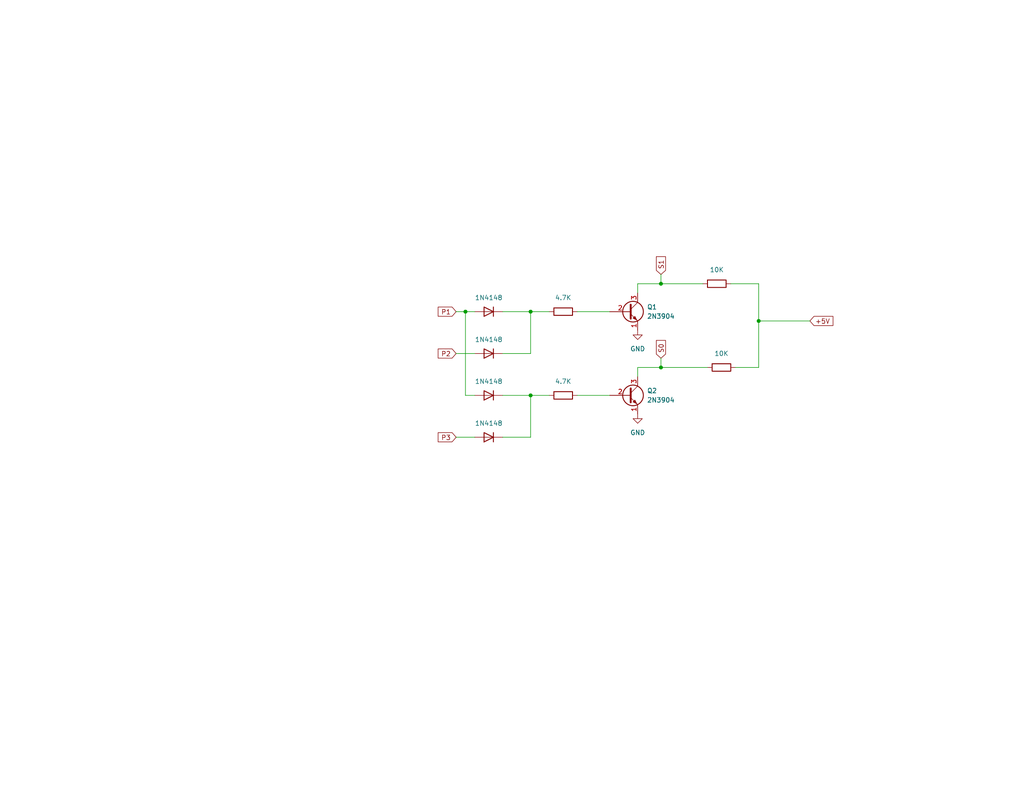
<source format=kicad_sch>
(kicad_sch (version 20230121) (generator eeschema)
  (paper "USLetter")
  (title_block (title "switched bandpass filter") (date "2023-07-22") (rev "v0.4") (comment 1 "Copyright © 2023 WA7GIL"))
  (lib_symbols
    (symbol "Device:D" (pin_numbers hide) (pin_names (offset 1.016) hide)
      (property "Reference" "D" (at 0 2.54 0))
      (property "Value" "D" (at 0 -2.54 0))
      (symbol "D_0_1"
        (polyline (pts (xy -1.27 1.27) (xy -1.27 -1.27)) (stroke (width 0.254)))
        (polyline (pts (xy 1.27 0) (xy -1.27 0)))
        (polyline (pts (xy 1.27 1.27) (xy 1.27 -1.27) (xy -1.27 0) (xy 1.27 1.27)) (stroke (width 0.254)))
      )
      (symbol "D_1_1"
        (pin passive line (at -3.81 0 0) (length 2.54) (name "K") (number "1"))
        (pin passive line (at 3.81 0 180) (length 2.54) (name "A") (number "2"))
      )
    )
    (symbol "Device:R" (pin_numbers hide) (pin_names (offset 0))
      (property "Reference" "R" (at 2.032 0 90))
      (property "Value" "R" (at 0 0 90))
      (symbol "R_0_1"
        (rectangle (start -1.016 -2.54) (end 1.016 2.54) (stroke (width 0.254)))
      )
      (symbol "R_1_1"
        (pin passive line (at 0 3.81 270) (length 1.27) (name "~") (number "1"))
        (pin passive line (at 0 -3.81 90) (length 1.27) (name "~") (number "2"))
      )
    )
    (symbol "Transistor_BJT:2N3904" (pin_names (offset 0) hide)
      (property "Reference" "Q" (at 5.08 1.905 0))
      (property "Value" "2N3904" (at 5.08 0 0))
      (symbol "2N3904_0_1"
        (polyline (pts (xy 0.635 0.635) (xy 2.54 2.54)))
        (polyline (pts (xy 0.635 -0.635) (xy 2.54 -2.54) (xy 2.54 -2.54)))
        (polyline (pts (xy 0.635 1.905) (xy 0.635 -1.905) (xy 0.635 -1.905)) (stroke (width 0.508)))
        (polyline (pts (xy 1.27 -1.778) (xy 1.778 -1.27) (xy 2.286 -2.286) (xy 1.27 -1.778) (xy 1.27 -1.778)) (fill (type outline)))
        (circle (center 1.27 0) (radius 2.8194) (stroke (width 0.254)))
      )
      (symbol "2N3904_1_1"
        (pin passive line (at 2.54 -5.08 90) (length 2.54) (name "E") (number "1"))
        (pin passive line (at -5.08 0 0) (length 5.715) (name "B") (number "2"))
        (pin passive line (at 2.54 5.08 270) (length 2.54) (name "C") (number "3"))
      )
    )
    (symbol "power:GND" (power) (pin_names (offset 0))
      (property "Value" "GND" (at 0 -3.81 0))
      (symbol "GND_0_1"
        (polyline (pts (xy 0 0) (xy 0 -1.27) (xy 1.27 -1.27) (xy 0 -2.54) (xy -1.27 -1.27) (xy 0 -1.27)))
      )
      (symbol "GND_1_1"
        (pin power_in line (at 0 0 270) (length 0) hide (name "GND") (number "1"))
      )
    )
  )
  (junction (at 127 85.09))
  (junction (at 180.34 100.33))
  (junction (at 180.34 77.47))
  (junction (at 144.78 85.09))
  (junction (at 144.78 107.95))
  (junction (at 207.01 87.63))
  (wire (pts (xy 207.01 77.47) (xy 207.01 87.63)))
  (wire (pts (xy 173.99 77.47) (xy 180.34 77.47)))
  (wire (pts (xy 137.16 119.38) (xy 144.78 119.38)))
  (wire (pts (xy 137.16 85.09) (xy 144.78 85.09)))
  (wire (pts (xy 199.39 77.47) (xy 207.01 77.47)))
  (wire (pts (xy 127 85.09) (xy 129.54 85.09)))
  (wire (pts (xy 127 85.09) (xy 127 107.95)))
  (wire (pts (xy 180.34 97.79) (xy 180.34 100.33)))
  (wire (pts (xy 173.99 102.87) (xy 173.99 100.33)))
  (wire (pts (xy 129.54 107.95) (xy 127 107.95)))
  (wire (pts (xy 180.34 77.47) (xy 191.77 77.47)))
  (wire (pts (xy 173.99 80.01) (xy 173.99 77.47)))
  (wire (pts (xy 157.48 107.95) (xy 166.37 107.95)))
  (wire (pts (xy 124.46 85.09) (xy 127 85.09)))
  (wire (pts (xy 207.01 87.63) (xy 207.01 100.33)))
  (wire (pts (xy 137.16 96.52) (xy 144.78 96.52)))
  (wire (pts (xy 144.78 85.09) (xy 149.86 85.09)))
  (wire (pts (xy 124.46 96.52) (xy 129.54 96.52)))
  (wire (pts (xy 180.34 100.33) (xy 193.04 100.33)))
  (wire (pts (xy 144.78 96.52) (xy 144.78 85.09)))
  (wire (pts (xy 207.01 87.63) (xy 220.98 87.63)))
  (wire (pts (xy 144.78 119.38) (xy 144.78 107.95)))
  (wire (pts (xy 137.16 107.95) (xy 144.78 107.95)))
  (wire (pts (xy 157.48 85.09) (xy 166.37 85.09)))
  (wire (pts (xy 124.46 119.38) (xy 129.54 119.38)))
  (wire (pts (xy 180.34 74.93) (xy 180.34 77.47)))
  (wire (pts (xy 173.99 100.33) (xy 180.34 100.33)))
  (wire (pts (xy 144.78 107.95) (xy 149.86 107.95)))
  (wire (pts (xy 207.01 100.33) (xy 200.66 100.33)))
  (global_label "+5V" (shape input) (at 220.98 87.63 0) (property "Intersheetrefs" "${INTERSHEET_REFS}" (effects hide)))
  (global_label "S0" (shape input) (at 180.34 97.79 90) (property "Intersheetrefs" "${INTERSHEET_REFS}" (effects hide)))
  (global_label "P3" (shape input) (at 124.46 119.38 180) (property "Intersheetrefs" "${INTERSHEET_REFS}" (effects hide)))
  (global_label "S1" (shape input) (at 180.34 74.93 90) (property "Intersheetrefs" "${INTERSHEET_REFS}" (effects hide)))
  (global_label "P1" (shape input) (at 124.46 85.09 180) (property "Intersheetrefs" "${INTERSHEET_REFS}" (effects hide)))
  (global_label "P2" (shape input) (at 124.46 96.52 180) (property "Intersheetrefs" "${INTERSHEET_REFS}" (effects hide)))
  (symbol (lib_id "Device:D") (at 133.35 96.52 180) (unit 1)
    (property "Reference" "D2" (effects hide))
    (property "Value" "1N4148" (at 133.35 92.71 0))
    (property "Footprint" "Diode_SMD:D_1210_3225Metric" (effects hide))
    (property "Sim.Device" "D" (effects hide))
    (property "Sim.Pins" "1=K 2=A" (effects hide))
    (instances (project "switched-bandpass-filter" (path "" (reference "D2") (unit 1)) (path "" (reference "D10") (unit 1))))
  )
  (symbol (lib_id "Transistor_BJT:2N3904") (at 171.45 107.95 0) (unit 1)
    (property "Reference" "Q2" (at 176.53 106.68 0) (effects (justify left)))
    (property "Value" "2N3904" (at 176.53 109.22 0) (effects (justify left)))
    (property "Footprint" "Package_TO_SOT_SMD:SOT-23" (effects hide))
    (property "Datasheet" "https://www.onsemi.com/pub/Collateral/2N3903-D.PDF" (effects hide))
    (instances (project "switched-bandpass-filter" (path "" (reference "Q2") (unit 1)) (path "" (reference "Q6") (unit 1))))
  )
  (symbol (lib_id "power:GND") (at 173.99 113.03 0) (unit 1)
    (property "Reference" "#PWR02" (effects hide))
    (property "Value" "GND" (at 173.99 118.11 0))
    (instances (project "switched-bandpass-filter" (path "" (reference "#PWR02") (unit 1)) (path "" (reference "#PWR08") (unit 1))))
  )
  (symbol (lib_id "power:GND") (at 173.99 90.17 0) (unit 1)
    (property "Reference" "#PWR01" (effects hide))
    (property "Value" "GND" (at 173.99 95.25 0))
    (instances (project "switched-bandpass-filter" (path "" (reference "#PWR01") (unit 1)) (path "" (reference "#PWR07") (unit 1))))
  )
  (symbol (lib_id "Device:R") (at 196.85 100.33 90) (unit 1)
    (property "Reference" "R4" (effects hide))
    (property "Value" "10K" (at 196.85 96.52 90))
    (property "Footprint" "Resistor_SMD:R_1210_3225Metric" (effects hide))
    (instances (project "switched-bandpass-filter" (path "" (reference "R4") (unit 1)) (path "" (reference "R12") (unit 1))))
  )
  (symbol (lib_id "Device:R") (at 195.58 77.47 90) (unit 1)
    (property "Reference" "R3" (effects hide))
    (property "Value" "10K" (at 195.58 73.66 90))
    (property "Footprint" "Resistor_SMD:R_1210_3225Metric" (effects hide))
    (instances (project "switched-bandpass-filter" (path "" (reference "R3") (unit 1)) (path "" (reference "R11") (unit 1))))
  )
  (symbol (lib_id "Device:R") (at 153.67 85.09 90) (unit 1)
    (property "Reference" "R1" (effects hide))
    (property "Value" "4.7K" (at 153.67 81.28 90))
    (property "Footprint" "Resistor_SMD:R_1210_3225Metric" (effects hide))
    (instances (project "switched-bandpass-filter" (path "" (reference "R1") (unit 1)) (path "" (reference "R9") (unit 1))))
  )
  (symbol (lib_id "Device:R") (at 153.67 107.95 270) (unit 1)
    (property "Reference" "R2" (effects hide))
    (property "Value" "4.7K" (at 153.67 104.14 90))
    (property "Footprint" "Resistor_SMD:R_1210_3225Metric" (effects hide))
    (instances (project "switched-bandpass-filter" (path "" (reference "R2") (unit 1)) (path "" (reference "R10") (unit 1))))
  )
  (symbol (lib_id "Transistor_BJT:2N3904") (at 171.45 85.09 0) (unit 1)
    (property "Reference" "Q1" (at 176.53 83.82 0) (effects (justify left)))
    (property "Value" "2N3904" (at 176.53 86.36 0) (effects (justify left)))
    (property "Footprint" "Package_TO_SOT_SMD:SOT-23" (effects hide))
    (property "Datasheet" "https://www.onsemi.com/pub/Collateral/2N3903-D.PDF" (effects hide))
    (instances (project "switched-bandpass-filter" (path "" (reference "Q1") (unit 1)) (path "" (reference "Q5") (unit 1))))
  )
  (symbol (lib_id "Device:D") (at 133.35 85.09 180) (unit 1)
    (property "Reference" "D1" (effects hide))
    (property "Value" "1N4148" (at 133.35 81.28 0))
    (property "Footprint" "Diode_SMD:D_1210_3225Metric" (effects hide))
    (property "Sim.Device" "D" (effects hide))
    (property "Sim.Pins" "1=K 2=A" (effects hide))
    (instances (project "switched-bandpass-filter" (path "" (reference "D1") (unit 1)) (path "" (reference "D9") (unit 1))))
  )
  (symbol (lib_id "Device:D") (at 133.35 119.38 180) (unit 1)
    (property "Reference" "D4" (effects hide))
    (property "Value" "1N4148" (at 133.35 115.57 0))
    (property "Footprint" "Diode_SMD:D_1210_3225Metric" (effects hide))
    (property "Sim.Device" "D" (effects hide))
    (property "Sim.Pins" "1=K 2=A" (effects hide))
    (instances (project "switched-bandpass-filter" (path "" (reference "D4") (unit 1)) (path "" (reference "D12") (unit 1))))
  )
  (symbol (lib_id "Device:D") (at 133.35 107.95 180) (unit 1)
    (property "Reference" "D3" (effects hide))
    (property "Value" "1N4148" (at 133.35 104.14 0))
    (property "Footprint" "Diode_SMD:D_1210_3225Metric" (effects hide))
    (property "Sim.Device" "D" (effects hide))
    (property "Sim.Pins" "1=K 2=A" (effects hide))
    (instances (project "switched-bandpass-filter" (path "" (reference "D3") (unit 1)) (path "" (reference "D11") (unit 1))))
  )
)
</source>
